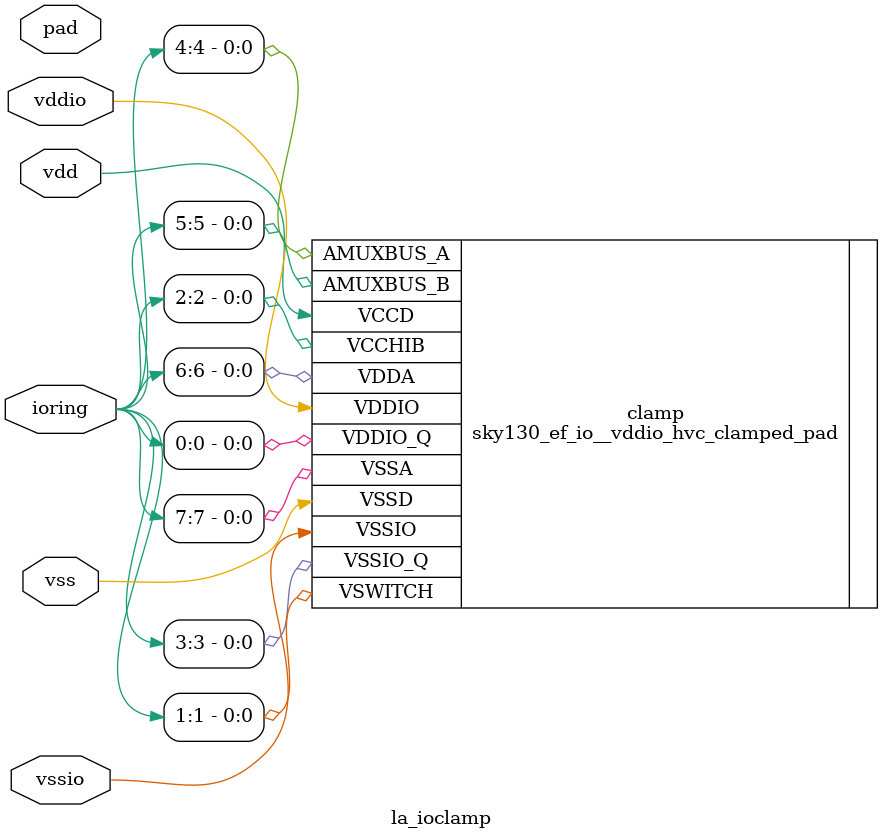
<source format=v>
/*****************************************************************************
 * Function: IO ESD clamp cell
 * Copyright: Lambda Project Authors. All rights Reserved.
 * License:  MIT (see LICENSE file in Lambda repository)
 *
 * Docs:
 *
 ****************************************************************************/
module la_ioclamp #(
    parameter PROP  = "DEFAULT",  // cell type
    parameter SIDE  = "NO",       // "NO", "SO", "EA", "WE"
    parameter RINGW = 8           // width of io ring
) (  // io pad signals
    input             pad,
    inout             vdd,    // core supply
    inout             vss,    // core ground
    inout             vddio,  // io supply
    inout             vssio,  // io ground
    inout [RINGW-1:0] ioring  // generic io ring interface
);

  sky130_ef_io__vddio_hvc_clamped_pad clamp (
      .VDDIO(vddio),
      .VCCD(vdd),
      .VSSD(vss),
      .VSSIO(vssio),
      .VDDIO_Q(ioring[0]),
      .VSWITCH(ioring[1]),
      .VCCHIB(ioring[2]),
      .VSSIO_Q(ioring[3]),
      .AMUXBUS_A(ioring[4]),
      .AMUXBUS_B(ioring[5]),
      .VDDA(ioring[6]),
      .VSSA(ioring[7])
  );

endmodule

</source>
